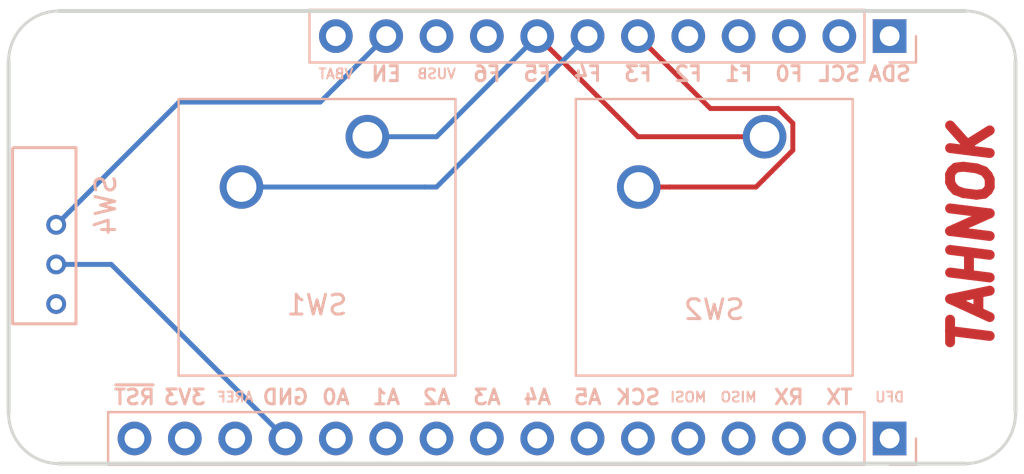
<source format=kicad_pcb>
(kicad_pcb (version 20171130) (host pcbnew "(6.0.0-rc1-dev-1248-ged6c68a1e)")

  (general
    (thickness 1.6)
    (drawings 37)
    (tracks 21)
    (zones 0)
    (modules 9)
    (nets 30)
  )

  (page A4)
  (layers
    (0 F.Cu signal)
    (31 B.Cu signal)
    (32 B.Adhes user)
    (33 F.Adhes user)
    (34 B.Paste user)
    (35 F.Paste user)
    (36 B.SilkS user)
    (37 F.SilkS user)
    (38 B.Mask user)
    (39 F.Mask user)
    (40 Dwgs.User user)
    (41 Cmts.User user)
    (42 Eco1.User user)
    (43 Eco2.User user)
    (44 Edge.Cuts user)
    (45 Margin user)
    (46 B.CrtYd user)
    (47 F.CrtYd user)
    (48 B.Fab user)
    (49 F.Fab user)
  )

  (setup
    (last_trace_width 0.25)
    (trace_clearance 0.2)
    (zone_clearance 0.508)
    (zone_45_only no)
    (trace_min 0.2)
    (via_size 0.8)
    (via_drill 0.4)
    (via_min_size 0.4)
    (via_min_drill 0.3)
    (uvia_size 0.3)
    (uvia_drill 0.1)
    (uvias_allowed no)
    (uvia_min_size 0.2)
    (uvia_min_drill 0.1)
    (edge_width 0.15)
    (segment_width 0.2)
    (pcb_text_width 0.3)
    (pcb_text_size 1.5 1.5)
    (mod_edge_width 0.15)
    (mod_text_size 1 1)
    (mod_text_width 0.15)
    (pad_size 4 4)
    (pad_drill 4)
    (pad_to_mask_clearance 0.051)
    (solder_mask_min_width 0.25)
    (aux_axis_origin 0 0)
    (visible_elements 7FFFFFFF)
    (pcbplotparams
      (layerselection 0x010fc_ffffffff)
      (usegerberextensions false)
      (usegerberattributes false)
      (usegerberadvancedattributes false)
      (creategerberjobfile false)
      (excludeedgelayer true)
      (linewidth 0.100000)
      (plotframeref false)
      (viasonmask false)
      (mode 1)
      (useauxorigin false)
      (hpglpennumber 1)
      (hpglpenspeed 20)
      (hpglpendiameter 15.000000)
      (psnegative false)
      (psa4output false)
      (plotreference true)
      (plotvalue true)
      (plotinvisibletext false)
      (padsonsilk false)
      (subtractmaskfromsilk false)
      (outputformat 1)
      (mirror false)
      (drillshape 1)
      (scaleselection 1)
      (outputdirectory ""))
  )

  (net 0 "")
  (net 1 /FREE)
  (net 2 /TX)
  (net 3 /RX)
  (net 4 /MISO)
  (net 5 /MOSI)
  (net 6 /SCK)
  (net 7 /A5)
  (net 8 /A4)
  (net 9 /A3)
  (net 10 /A2)
  (net 11 /A1)
  (net 12 /A0)
  (net 13 GND)
  (net 14 /AREF)
  (net 15 +3V3)
  (net 16 /~RST)
  (net 17 /SDA)
  (net 18 /SCL)
  (net 19 /F0)
  (net 20 /F1)
  (net 21 /F2)
  (net 22 /F3)
  (net 23 /F4)
  (net 24 /F5)
  (net 25 /F6)
  (net 26 /VUSB)
  (net 27 /EN)
  (net 28 /VBAT)
  (net 29 "Net-(SW4-Pad1)")

  (net_class Default "This is the default net class."
    (clearance 0.2)
    (trace_width 0.25)
    (via_dia 0.8)
    (via_drill 0.4)
    (uvia_dia 0.3)
    (uvia_drill 0.1)
    (add_net +3V3)
    (add_net /A0)
    (add_net /A1)
    (add_net /A2)
    (add_net /A3)
    (add_net /A4)
    (add_net /A5)
    (add_net /AREF)
    (add_net /EN)
    (add_net /F0)
    (add_net /F1)
    (add_net /F2)
    (add_net /F3)
    (add_net /F4)
    (add_net /F5)
    (add_net /F6)
    (add_net /FREE)
    (add_net /MISO)
    (add_net /MOSI)
    (add_net /RX)
    (add_net /SCK)
    (add_net /SCL)
    (add_net /SDA)
    (add_net /TX)
    (add_net /VBAT)
    (add_net /VUSB)
    (add_net /~RST)
    (add_net GND)
    (add_net "Net-(SW4-Pad1)")
  )

  (module Button_Switch_Keyboard:SW_Cherry_MX_1.00u_PCB (layer F.Cu) (tedit 5E1A6824) (tstamp 5E1AB81B)
    (at 63.54 31.75)
    (descr "Cherry MX keyswitch, 1.00u, PCB mount, http://cherryamericas.com/wp-content/uploads/2014/12/mx_cat.pdf")
    (tags "Cherry MX keyswitch 1.00u PCB")
    (path /5E1A5D53)
    (fp_text reference SW2 (at -2.54 8.729999) (layer B.SilkS)
      (effects (font (size 1 1) (thickness 0.15)) (justify mirror))
    )
    (fp_text value SW_Push (at -2.54 12.954) (layer F.Fab)
      (effects (font (size 1 1) (thickness 0.15)))
    )
    (fp_line (start -9.525 12.065) (end -9.525 -1.905) (layer B.SilkS) (width 0.12))
    (fp_line (start 4.445 12.065) (end -9.525 12.065) (layer B.SilkS) (width 0.12))
    (fp_line (start 4.445 -1.905) (end 4.445 12.065) (layer B.SilkS) (width 0.12))
    (fp_line (start -9.525 -1.905) (end 4.445 -1.905) (layer B.SilkS) (width 0.12))
    (fp_line (start -12.065 14.605) (end -12.065 -4.445) (layer Dwgs.User) (width 0.15))
    (fp_line (start 6.985 14.605) (end -12.065 14.605) (layer Dwgs.User) (width 0.15))
    (fp_line (start 6.985 -4.445) (end 6.985 14.605) (layer Dwgs.User) (width 0.15))
    (fp_line (start -12.065 -4.445) (end 6.985 -4.445) (layer Dwgs.User) (width 0.15))
    (fp_line (start -9.14 -1.52) (end 4.06 -1.52) (layer F.CrtYd) (width 0.05))
    (fp_line (start 4.06 -1.52) (end 4.06 11.68) (layer F.CrtYd) (width 0.05))
    (fp_line (start 4.06 11.68) (end -9.14 11.68) (layer F.CrtYd) (width 0.05))
    (fp_line (start -9.14 11.68) (end -9.14 -1.52) (layer F.CrtYd) (width 0.05))
    (fp_line (start -8.89 11.43) (end -8.89 -1.27) (layer F.Fab) (width 0.1))
    (fp_line (start 3.81 11.43) (end -8.89 11.43) (layer F.Fab) (width 0.1))
    (fp_line (start 3.81 -1.27) (end 3.81 11.43) (layer F.Fab) (width 0.1))
    (fp_line (start -8.89 -1.27) (end 3.81 -1.27) (layer F.Fab) (width 0.1))
    (fp_text user %R (at -2.54 -2.794) (layer F.Fab)
      (effects (font (size 1 1) (thickness 0.15)))
    )
    (pad "" np_thru_hole circle (at 2.54 5.08) (size 1.7 1.7) (drill 1.7) (layers *.Cu *.Mask))
    (pad "" np_thru_hole circle (at -7.62 5.08) (size 1.7 1.7) (drill 1.7) (layers *.Cu *.Mask))
    (pad "" np_thru_hole circle (at -2.54 5.08) (size 4 4) (drill 4) (layers *.Cu *.Mask))
    (pad 2 thru_hole circle (at -6.35 2.54) (size 2.2 2.2) (drill 1.5) (layers *.Cu *.Mask)
      (net 22 /F3))
    (pad 1 thru_hole circle (at 0 0) (size 2.2 2.2) (drill 1.5) (layers *.Cu *.Mask)
      (net 24 /F5))
    (model ${KISYS3DMOD}/Button_Switch_Keyboard.3dshapes/SW_Cherry_MX_1.00u_PCB.wrl
      (at (xyz 0 0 0))
      (scale (xyz 1 1 1))
      (rotate (xyz 0 0 0))
    )
    (model ${KIPRJMOD}/cherry_red_led.wrl
      (offset (xyz -2.5 -5 0))
      (scale (xyz 0.4 0.4 0.4))
      (rotate (xyz 0 0 0))
    )
  )

  (module Button_Switch_Keyboard:SW_Cherry_MX_1.00u_PCB (layer F.Cu) (tedit 5E1A67F6) (tstamp 5E1AB967)
    (at 43.5 31.75)
    (descr "Cherry MX keyswitch, 1.00u, PCB mount, http://cherryamericas.com/wp-content/uploads/2014/12/mx_cat.pdf")
    (tags "Cherry MX keyswitch 1.00u PCB")
    (path /5E1A5333)
    (fp_text reference SW1 (at -2.54 8.5) (layer B.SilkS)
      (effects (font (size 1 1) (thickness 0.15)) (justify mirror))
    )
    (fp_text value SW_Push (at -2.54 12.954) (layer F.Fab)
      (effects (font (size 1 1) (thickness 0.15)))
    )
    (fp_line (start -9.525 12.065) (end -9.525 -1.905) (layer B.SilkS) (width 0.12))
    (fp_line (start 4.445 12.065) (end -9.525 12.065) (layer B.SilkS) (width 0.12))
    (fp_line (start 4.445 -1.905) (end 4.445 12.065) (layer B.SilkS) (width 0.12))
    (fp_line (start -9.525 -1.905) (end 4.445 -1.905) (layer B.SilkS) (width 0.12))
    (fp_line (start -12.065 14.605) (end -12.065 -4.445) (layer Dwgs.User) (width 0.15))
    (fp_line (start 6.985 14.605) (end -12.065 14.605) (layer Dwgs.User) (width 0.15))
    (fp_line (start 6.985 -4.445) (end 6.985 14.605) (layer Dwgs.User) (width 0.15))
    (fp_line (start -12.065 -4.445) (end 6.985 -4.445) (layer Dwgs.User) (width 0.15))
    (fp_line (start -9.14 -1.52) (end 4.06 -1.52) (layer F.CrtYd) (width 0.05))
    (fp_line (start 4.06 -1.52) (end 4.06 11.68) (layer F.CrtYd) (width 0.05))
    (fp_line (start 4.06 11.68) (end -9.14 11.68) (layer F.CrtYd) (width 0.05))
    (fp_line (start -9.14 11.68) (end -9.14 -1.52) (layer F.CrtYd) (width 0.05))
    (fp_line (start -8.89 11.43) (end -8.89 -1.27) (layer F.Fab) (width 0.1))
    (fp_line (start 3.81 11.43) (end -8.89 11.43) (layer F.Fab) (width 0.1))
    (fp_line (start 3.81 -1.27) (end 3.81 11.43) (layer F.Fab) (width 0.1))
    (fp_line (start -8.89 -1.27) (end 3.81 -1.27) (layer F.Fab) (width 0.1))
    (fp_text user %R (at -2.54 -2.794) (layer F.Fab)
      (effects (font (size 1 1) (thickness 0.15)))
    )
    (pad "" np_thru_hole circle (at 2.54 5.08) (size 1.7 1.7) (drill 1.7) (layers *.Cu *.Mask))
    (pad "" np_thru_hole circle (at -7.62 5.08) (size 1.7 1.7) (drill 1.7) (layers *.Cu *.Mask))
    (pad "" np_thru_hole circle (at -2.54 5.08) (size 4 4) (drill 4) (layers *.Cu *.Mask))
    (pad 2 thru_hole circle (at -6.35 2.54) (size 2.2 2.2) (drill 1.5) (layers *.Cu *.Mask)
      (net 23 /F4))
    (pad 1 thru_hole circle (at 0 0) (size 2.2 2.2) (drill 1.5) (layers *.Cu *.Mask)
      (net 24 /F5))
    (model ${KISYS3DMOD}/Button_Switch_Keyboard.3dshapes/SW_Cherry_MX_1.00u_PCB.wrl
      (at (xyz 0 0 0))
      (scale (xyz 1 1 1))
      (rotate (xyz 0 0 0))
    )
    (model ${KIPRJMOD}/cherry_red_led.wrl
      (offset (xyz -2.5 -5 0))
      (scale (xyz 0.4 0.4 0.4))
      (rotate (xyz 0 0 0))
    )
  )

  (module footprints:Switch-SPST_CSS-1210MC (layer B.Cu) (tedit 5E1A5483) (tstamp 5E1AB220)
    (at 30.8 35.2 90)
    (path /5E1AF2FE)
    (fp_text reference SW4 (at 0 -0.5 90) (layer B.SilkS)
      (effects (font (size 1 1) (thickness 0.15)) (justify mirror))
    )
    (fp_text value SW_SPDT (at 0 0.5 90) (layer B.Fab)
      (effects (font (size 1 1) (thickness 0.15)) (justify mirror))
    )
    (fp_line (start -6 -2) (end 2.85 -2) (layer B.SilkS) (width 0.15))
    (fp_line (start 2.9 -2) (end 2.9 -5.15) (layer B.SilkS) (width 0.15))
    (fp_line (start -6 -5.2) (end 2.85 -5.2) (layer B.SilkS) (width 0.15))
    (fp_line (start -6 -2.05) (end -6 -5.2) (layer B.SilkS) (width 0.15))
    (pad 3 thru_hole circle (at -1 -3 90) (size 1 1) (drill 0.6) (layers *.Cu *.Mask)
      (net 27 /EN))
    (pad 2 thru_hole circle (at -3 -3 90) (size 1 1) (drill 0.6) (layers *.Cu *.Mask)
      (net 13 GND))
    (pad 1 thru_hole circle (at -5 -3 90) (size 1 1) (drill 0.6) (layers *.Cu *.Mask)
      (net 29 "Net-(SW4-Pad1)"))
  )

  (module MountingHole:MountingHole_2.7mm_M2.5 locked (layer F.Cu) (tedit 5D377204) (tstamp 5D4FBE97)
    (at 73.66 27.94)
    (descr "Mounting Hole 2.7mm, no annular, M2.5")
    (tags "mounting hole 2.7mm no annular m2.5")
    (attr virtual)
    (fp_text reference REF** (at 0 -3.7) (layer F.SilkS) hide
      (effects (font (size 1 1) (thickness 0.15)))
    )
    (fp_text value MountingHole_2.7mm_M2.5 (at 0 3.7) (layer F.Fab) hide
      (effects (font (size 1 1) (thickness 0.15)))
    )
    (fp_text user %R (at 0.3 0) (layer F.Fab) hide
      (effects (font (size 1 1) (thickness 0.15)))
    )
    (fp_circle (center 0 0) (end 2.7 0) (layer Cmts.User) (width 0.15))
    (fp_circle (center 0 0) (end 2.95 0) (layer F.CrtYd) (width 0.05))
    (pad 1 np_thru_hole circle (at 0 0) (size 2.7 2.7) (drill 2.7) (layers *.Cu *.Mask))
  )

  (module MountingHole:MountingHole_2.7mm_M2.5 locked (layer F.Cu) (tedit 5D377204) (tstamp 5D4FBE89)
    (at 73.66 45.72)
    (descr "Mounting Hole 2.7mm, no annular, M2.5")
    (tags "mounting hole 2.7mm no annular m2.5")
    (attr virtual)
    (fp_text reference REF** (at 0 -3.7) (layer F.SilkS) hide
      (effects (font (size 1 1) (thickness 0.15)))
    )
    (fp_text value MountingHole_2.7mm_M2.5 (at 0 3.7) (layer F.Fab) hide
      (effects (font (size 1 1) (thickness 0.15)))
    )
    (fp_circle (center 0 0) (end 2.95 0) (layer F.CrtYd) (width 0.05))
    (fp_circle (center 0 0) (end 2.7 0) (layer Cmts.User) (width 0.15))
    (fp_text user %R (at 0.3 0) (layer F.Fab) hide
      (effects (font (size 1 1) (thickness 0.15)))
    )
    (pad 1 np_thru_hole circle (at 0 0) (size 2.7 2.7) (drill 2.7) (layers *.Cu *.Mask))
  )

  (module MountingHole:MountingHole_2.7mm_M2.5 locked (layer F.Cu) (tedit 5D377204) (tstamp 5D4FBE7B)
    (at 27.94 45.72)
    (descr "Mounting Hole 2.7mm, no annular, M2.5")
    (tags "mounting hole 2.7mm no annular m2.5")
    (attr virtual)
    (fp_text reference REF** (at 0 -3.7) (layer F.SilkS) hide
      (effects (font (size 1 1) (thickness 0.15)))
    )
    (fp_text value MountingHole_2.7mm_M2.5 (at 0 3.7) (layer F.Fab) hide
      (effects (font (size 1 1) (thickness 0.15)))
    )
    (fp_text user %R (at 0.3 0) (layer F.Fab) hide
      (effects (font (size 1 1) (thickness 0.15)))
    )
    (fp_circle (center 0 0) (end 2.7 0) (layer Cmts.User) (width 0.15))
    (fp_circle (center 0 0) (end 2.95 0) (layer F.CrtYd) (width 0.05))
    (pad 1 np_thru_hole circle (at 0 0) (size 2.7 2.7) (drill 2.7) (layers *.Cu *.Mask))
  )

  (module MountingHole:MountingHole_2.7mm_M2.5 locked (layer F.Cu) (tedit 5D377204) (tstamp 5D4FBE61)
    (at 27.94 27.94)
    (descr "Mounting Hole 2.7mm, no annular, M2.5")
    (tags "mounting hole 2.7mm no annular m2.5")
    (attr virtual)
    (fp_text reference REF** (at 0 -3.7) (layer F.SilkS) hide
      (effects (font (size 1 1) (thickness 0.15)))
    )
    (fp_text value MountingHole_2.7mm_M2.5 (at 0 3.7) (layer F.Fab) hide
      (effects (font (size 1 1) (thickness 0.15)))
    )
    (fp_circle (center 0 0) (end 2.95 0) (layer F.CrtYd) (width 0.05))
    (fp_circle (center 0 0) (end 2.7 0) (layer Cmts.User) (width 0.15))
    (fp_text user %R (at 0.3 0) (layer F.Fab) hide
      (effects (font (size 1 1) (thickness 0.15)))
    )
    (pad 1 np_thru_hole circle (at 0 0) (size 2.7 2.7) (drill 2.7) (layers *.Cu *.Mask))
  )

  (module Connector_PinHeader_2.54mm:PinHeader_1x16_P2.54mm_Vertical (layer B.Cu) (tedit 5D3772F9) (tstamp 5D4FBF56)
    (at 69.85 46.99 90)
    (descr "Through hole straight pin header, 1x16, 2.54mm pitch, single row")
    (tags "Through hole pin header THT 1x16 2.54mm single row")
    (path /5D375C76)
    (fp_text reference J1 (at 0 2.33 90) (layer B.SilkS) hide
      (effects (font (size 1 1) (thickness 0.15)) (justify mirror))
    )
    (fp_text value "feather long" (at 0 -40.43 90) (layer B.Fab) hide
      (effects (font (size 1 1) (thickness 0.15)) (justify mirror))
    )
    (fp_line (start -0.635 1.27) (end 1.27 1.27) (layer B.Fab) (width 0.1))
    (fp_line (start 1.27 1.27) (end 1.27 -39.37) (layer B.Fab) (width 0.1))
    (fp_line (start 1.27 -39.37) (end -1.27 -39.37) (layer B.Fab) (width 0.1))
    (fp_line (start -1.27 -39.37) (end -1.27 0.635) (layer B.Fab) (width 0.1))
    (fp_line (start -1.27 0.635) (end -0.635 1.27) (layer B.Fab) (width 0.1))
    (fp_line (start -1.33 -39.43) (end 1.33 -39.43) (layer B.SilkS) (width 0.12))
    (fp_line (start -1.33 -1.27) (end -1.33 -39.43) (layer B.SilkS) (width 0.12))
    (fp_line (start 1.33 -1.27) (end 1.33 -39.43) (layer B.SilkS) (width 0.12))
    (fp_line (start -1.33 -1.27) (end 1.33 -1.27) (layer B.SilkS) (width 0.12))
    (fp_line (start -1.33 0) (end -1.33 1.33) (layer B.SilkS) (width 0.12))
    (fp_line (start -1.33 1.33) (end 0 1.33) (layer B.SilkS) (width 0.12))
    (fp_line (start -1.8 1.8) (end -1.8 -39.9) (layer B.CrtYd) (width 0.05))
    (fp_line (start -1.8 -39.9) (end 1.8 -39.9) (layer B.CrtYd) (width 0.05))
    (fp_line (start 1.8 -39.9) (end 1.8 1.8) (layer B.CrtYd) (width 0.05))
    (fp_line (start 1.8 1.8) (end -1.8 1.8) (layer B.CrtYd) (width 0.05))
    (fp_text user %R (at 0 -19.05) (layer B.Fab)
      (effects (font (size 1 1) (thickness 0.15)) (justify mirror))
    )
    (pad 1 thru_hole rect (at 0 0 90) (size 1.7 1.7) (drill 1) (layers *.Cu *.Mask)
      (net 1 /FREE))
    (pad 2 thru_hole oval (at 0 -2.54 90) (size 1.7 1.7) (drill 1) (layers *.Cu *.Mask)
      (net 2 /TX))
    (pad 3 thru_hole oval (at 0 -5.08 90) (size 1.7 1.7) (drill 1) (layers *.Cu *.Mask)
      (net 3 /RX))
    (pad 4 thru_hole oval (at 0 -7.62 90) (size 1.7 1.7) (drill 1) (layers *.Cu *.Mask)
      (net 4 /MISO))
    (pad 5 thru_hole oval (at 0 -10.16 90) (size 1.7 1.7) (drill 1) (layers *.Cu *.Mask)
      (net 5 /MOSI))
    (pad 6 thru_hole oval (at 0 -12.7 90) (size 1.7 1.7) (drill 1) (layers *.Cu *.Mask)
      (net 6 /SCK))
    (pad 7 thru_hole oval (at 0 -15.24 90) (size 1.7 1.7) (drill 1) (layers *.Cu *.Mask)
      (net 7 /A5))
    (pad 8 thru_hole oval (at 0 -17.78 90) (size 1.7 1.7) (drill 1) (layers *.Cu *.Mask)
      (net 8 /A4))
    (pad 9 thru_hole oval (at 0 -20.32 90) (size 1.7 1.7) (drill 1) (layers *.Cu *.Mask)
      (net 9 /A3))
    (pad 10 thru_hole oval (at 0 -22.86 90) (size 1.7 1.7) (drill 1) (layers *.Cu *.Mask)
      (net 10 /A2))
    (pad 11 thru_hole oval (at 0 -25.4 90) (size 1.7 1.7) (drill 1) (layers *.Cu *.Mask)
      (net 11 /A1))
    (pad 12 thru_hole oval (at 0 -27.94 90) (size 1.7 1.7) (drill 1) (layers *.Cu *.Mask)
      (net 12 /A0))
    (pad 13 thru_hole oval (at 0 -30.48 90) (size 1.7 1.7) (drill 1) (layers *.Cu *.Mask)
      (net 13 GND))
    (pad 14 thru_hole oval (at 0 -33.02 90) (size 1.7 1.7) (drill 1) (layers *.Cu *.Mask)
      (net 14 /AREF))
    (pad 15 thru_hole oval (at 0 -35.56 90) (size 1.7 1.7) (drill 1) (layers *.Cu *.Mask)
      (net 15 +3V3))
    (pad 16 thru_hole oval (at 0 -38.1 90) (size 1.7 1.7) (drill 1) (layers *.Cu *.Mask)
      (net 16 /~RST))
    (model ${KISYS3DMOD}/Connector_PinHeader_2.54mm.3dshapes/PinHeader_1x16_P2.54mm_Vertical.wrl
      (at (xyz 0 0 0))
      (scale (xyz 1 1 1))
      (rotate (xyz 0 0 0))
    )
  )

  (module Connector_PinHeader_2.54mm:PinHeader_1x12_P2.54mm_Vertical (layer B.Cu) (tedit 5D3772F5) (tstamp 5D4FBF76)
    (at 69.85 26.67 90)
    (descr "Through hole straight pin header, 1x12, 2.54mm pitch, single row")
    (tags "Through hole pin header THT 1x12 2.54mm single row")
    (path /5D375CC4)
    (fp_text reference J2 (at 0 2.33 90) (layer B.SilkS) hide
      (effects (font (size 1 1) (thickness 0.15)) (justify mirror))
    )
    (fp_text value "feather short" (at 0 -30.27 90) (layer B.Fab) hide
      (effects (font (size 1 1) (thickness 0.15)) (justify mirror))
    )
    (fp_line (start -0.635 1.27) (end 1.27 1.27) (layer B.Fab) (width 0.1))
    (fp_line (start 1.27 1.27) (end 1.27 -29.21) (layer B.Fab) (width 0.1))
    (fp_line (start 1.27 -29.21) (end -1.27 -29.21) (layer B.Fab) (width 0.1))
    (fp_line (start -1.27 -29.21) (end -1.27 0.635) (layer B.Fab) (width 0.1))
    (fp_line (start -1.27 0.635) (end -0.635 1.27) (layer B.Fab) (width 0.1))
    (fp_line (start -1.33 -29.27) (end 1.33 -29.27) (layer B.SilkS) (width 0.12))
    (fp_line (start -1.33 -1.27) (end -1.33 -29.27) (layer B.SilkS) (width 0.12))
    (fp_line (start 1.33 -1.27) (end 1.33 -29.27) (layer B.SilkS) (width 0.12))
    (fp_line (start -1.33 -1.27) (end 1.33 -1.27) (layer B.SilkS) (width 0.12))
    (fp_line (start -1.33 0) (end -1.33 1.33) (layer B.SilkS) (width 0.12))
    (fp_line (start -1.33 1.33) (end 0 1.33) (layer B.SilkS) (width 0.12))
    (fp_line (start -1.8 1.8) (end -1.8 -29.75) (layer B.CrtYd) (width 0.05))
    (fp_line (start -1.8 -29.75) (end 1.8 -29.75) (layer B.CrtYd) (width 0.05))
    (fp_line (start 1.8 -29.75) (end 1.8 1.8) (layer B.CrtYd) (width 0.05))
    (fp_line (start 1.8 1.8) (end -1.8 1.8) (layer B.CrtYd) (width 0.05))
    (fp_text user %R (at 0 -13.97) (layer B.Fab)
      (effects (font (size 1 1) (thickness 0.15)) (justify mirror))
    )
    (pad 1 thru_hole rect (at 0 0 90) (size 1.7 1.7) (drill 1) (layers *.Cu *.Mask)
      (net 17 /SDA))
    (pad 2 thru_hole oval (at 0 -2.54 90) (size 1.7 1.7) (drill 1) (layers *.Cu *.Mask)
      (net 18 /SCL))
    (pad 3 thru_hole oval (at 0 -5.08 90) (size 1.7 1.7) (drill 1) (layers *.Cu *.Mask)
      (net 19 /F0))
    (pad 4 thru_hole oval (at 0 -7.62 90) (size 1.7 1.7) (drill 1) (layers *.Cu *.Mask)
      (net 20 /F1))
    (pad 5 thru_hole oval (at 0 -10.16 90) (size 1.7 1.7) (drill 1) (layers *.Cu *.Mask)
      (net 21 /F2))
    (pad 6 thru_hole oval (at 0 -12.7 90) (size 1.7 1.7) (drill 1) (layers *.Cu *.Mask)
      (net 22 /F3))
    (pad 7 thru_hole oval (at 0 -15.24 90) (size 1.7 1.7) (drill 1) (layers *.Cu *.Mask)
      (net 23 /F4))
    (pad 8 thru_hole oval (at 0 -17.78 90) (size 1.7 1.7) (drill 1) (layers *.Cu *.Mask)
      (net 24 /F5))
    (pad 9 thru_hole oval (at 0 -20.32 90) (size 1.7 1.7) (drill 1) (layers *.Cu *.Mask)
      (net 25 /F6))
    (pad 10 thru_hole oval (at 0 -22.86 90) (size 1.7 1.7) (drill 1) (layers *.Cu *.Mask)
      (net 26 /VUSB))
    (pad 11 thru_hole oval (at 0 -25.4 90) (size 1.7 1.7) (drill 1) (layers *.Cu *.Mask)
      (net 27 /EN))
    (pad 12 thru_hole oval (at 0 -27.94 90) (size 1.7 1.7) (drill 1) (layers *.Cu *.Mask)
      (net 28 /VBAT))
    (model ${KISYS3DMOD}/Connector_PinHeader_2.54mm.3dshapes/PinHeader_1x12_P2.54mm_Vertical.wrl
      (at (xyz 0 0 0))
      (scale (xyz 1 1 1))
      (rotate (xyz 0 0 0))
    )
  )

  (gr_text TAHNOK (at 74 36.8 90) (layer F.Cu)
    (effects (font (size 2 2) (thickness 0.5) italic))
  )
  (gr_text DFU (at 69.85 44.901636) (layer B.SilkS) (tstamp 5D4FC245)
    (effects (font (size 0.5 0.5) (thickness 0.1)) (justify mirror))
  )
  (gr_text VUSB (at 46.99 28.575) (layer B.SilkS) (tstamp 5D4FC291)
    (effects (font (size 0.5 0.5) (thickness 0.1)) (justify mirror))
  )
  (gr_text VBAT (at 41.91 28.575) (layer B.SilkS) (tstamp 5D4FC28C)
    (effects (font (size 0.5 0.5) (thickness 0.1)) (justify mirror))
  )
  (gr_text EN (at 44.45 28.575) (layer B.SilkS) (tstamp 5D4FC287)
    (effects (font (size 0.75 0.75) (thickness 0.15)) (justify mirror))
  )
  (gr_text F6 (at 49.53 28.575) (layer B.SilkS) (tstamp 5D4FC282)
    (effects (font (size 0.75 0.75) (thickness 0.15)) (justify mirror))
  )
  (gr_text F5 (at 52.07 28.575) (layer B.SilkS) (tstamp 5D4FC27D)
    (effects (font (size 0.75 0.75) (thickness 0.15)) (justify mirror))
  )
  (gr_text F4 (at 54.61 28.575) (layer B.SilkS) (tstamp 5D4FC277)
    (effects (font (size 0.75 0.75) (thickness 0.15)) (justify mirror))
  )
  (gr_text F3 (at 57.15 28.575) (layer B.SilkS) (tstamp 5D4FC272)
    (effects (font (size 0.75 0.75) (thickness 0.15)) (justify mirror))
  )
  (gr_text F2 (at 59.69 28.575) (layer B.SilkS) (tstamp 5D4FC26D)
    (effects (font (size 0.75 0.75) (thickness 0.15)) (justify mirror))
  )
  (gr_text F1 (at 62.23 28.575) (layer B.SilkS) (tstamp 5D4FC268)
    (effects (font (size 0.75 0.75) (thickness 0.15)) (justify mirror))
  )
  (gr_text F0 (at 64.77 28.575) (layer B.SilkS) (tstamp 5D4FC263)
    (effects (font (size 0.75 0.75) (thickness 0.15)) (justify mirror))
  )
  (gr_text SCL (at 67.31 28.575) (layer B.SilkS) (tstamp 5D4FC25E)
    (effects (font (size 0.75 0.75) (thickness 0.15)) (justify mirror))
  )
  (gr_text SDA (at 69.85 28.575) (layer B.SilkS) (tstamp 5D4FC259)
    (effects (font (size 0.75 0.75) (thickness 0.15)) (justify mirror))
  )
  (gr_text TX (at 67.31 44.901636) (layer B.SilkS) (tstamp 5D4FC240)
    (effects (font (size 0.75 0.75) (thickness 0.15)) (justify mirror))
  )
  (gr_text RX (at 64.77 44.901636) (layer B.SilkS) (tstamp 5D4FC23B)
    (effects (font (size 0.75 0.75) (thickness 0.15)) (justify mirror))
  )
  (gr_text MISO (at 62.23 44.901636) (layer B.SilkS) (tstamp 5D4FC236)
    (effects (font (size 0.5 0.5) (thickness 0.1)) (justify mirror))
  )
  (gr_text MOSI (at 59.69 44.901636) (layer B.SilkS) (tstamp 5D4FC231)
    (effects (font (size 0.5 0.5) (thickness 0.1)) (justify mirror))
  )
  (gr_text SCK (at 57.15 44.901636) (layer B.SilkS) (tstamp 5D4FC22C)
    (effects (font (size 0.75 0.75) (thickness 0.15)) (justify mirror))
  )
  (gr_text A5 (at 54.61 44.901636) (layer B.SilkS) (tstamp 5D4FC21D)
    (effects (font (size 0.75 0.75) (thickness 0.15)) (justify mirror))
  )
  (gr_text A4 (at 52.07 44.901636) (layer B.SilkS) (tstamp 5D4FC21B)
    (effects (font (size 0.75 0.75) (thickness 0.15)) (justify mirror))
  )
  (gr_text A3 (at 49.53 44.901636) (layer B.SilkS) (tstamp 5D4FC219)
    (effects (font (size 0.75 0.75) (thickness 0.15)) (justify mirror))
  )
  (gr_text A2 (at 46.99 44.901636) (layer B.SilkS) (tstamp 5D4FC217)
    (effects (font (size 0.75 0.75) (thickness 0.15)) (justify mirror))
  )
  (gr_text A1 (at 44.45 44.901636) (layer B.SilkS) (tstamp 5D4FC212)
    (effects (font (size 0.75 0.75) (thickness 0.15)) (justify mirror))
  )
  (gr_text A0 (at 41.91 44.901636) (layer B.SilkS) (tstamp 5D4FC20D)
    (effects (font (size 0.75 0.75) (thickness 0.15)) (justify mirror))
  )
  (gr_text GND (at 39.37 44.901636) (layer B.SilkS) (tstamp 5D4FC208)
    (effects (font (size 0.75 0.75) (thickness 0.15)) (justify mirror))
  )
  (gr_text AREF (at 36.83 44.901636) (layer B.SilkS) (tstamp 5D4FC203)
    (effects (font (size 0.5 0.5) (thickness 0.1)) (justify mirror))
  )
  (gr_text 3V3 (at 34.29 44.901636) (layer B.SilkS) (tstamp 5D4FC1FE)
    (effects (font (size 0.75 0.75) (thickness 0.15)) (justify mirror))
  )
  (gr_text ~RST (at 31.75 44.901636) (layer B.SilkS)
    (effects (font (size 0.75 0.75) (thickness 0.15)) (justify mirror))
  )
  (gr_arc (start 73.66 27.94) (end 76.2 27.94) (angle -90) (layer Edge.Cuts) (width 0.15))
  (gr_arc (start 73.66 45.72) (end 73.66 48.26) (angle -90) (layer Edge.Cuts) (width 0.15))
  (gr_arc (start 27.94 45.72) (end 25.4 45.72) (angle -90) (layer Edge.Cuts) (width 0.15))
  (gr_arc (start 27.94 27.94) (end 27.94 25.4) (angle -90) (layer Edge.Cuts) (width 0.15))
  (gr_line (start 25.4 45.72) (end 25.4 27.94) (layer Edge.Cuts) (width 0.2))
  (gr_line (start 73.66 48.26) (end 27.94 48.26) (layer Edge.Cuts) (width 0.2))
  (gr_line (start 76.2 27.94) (end 76.2 45.72) (layer Edge.Cuts) (width 0.2))
  (gr_line (start 27.94 25.4) (end 73.66 25.4) (layer Edge.Cuts) (width 0.2))

  (segment (start 39.37 46.87) (end 39.37 46.99) (width 0.25) (layer F.Cu) (net 13))
  (segment (start 30.58 38.2) (end 39.37 46.99) (width 0.25) (layer B.Cu) (net 13))
  (segment (start 27.8 38.2) (end 30.58 38.2) (width 0.25) (layer B.Cu) (net 13))
  (segment (start 57.15 34.520001) (end 57.19 34.560001) (width 0.25) (layer B.Cu) (net 22))
  (segment (start 58.745634 34.29) (end 57.19 34.29) (width 0.25) (layer F.Cu) (net 22))
  (segment (start 63.109002 34.29) (end 58.745634 34.29) (width 0.25) (layer F.Cu) (net 22))
  (segment (start 64.965001 32.434001) (end 63.109002 34.29) (width 0.25) (layer F.Cu) (net 22))
  (segment (start 64.965001 31.065999) (end 64.965001 32.434001) (width 0.25) (layer F.Cu) (net 22))
  (segment (start 64.224001 30.324999) (end 64.965001 31.065999) (width 0.25) (layer F.Cu) (net 22))
  (segment (start 60.804999 30.324999) (end 64.224001 30.324999) (width 0.25) (layer F.Cu) (net 22))
  (segment (start 57.15 26.67) (end 60.804999 30.324999) (width 0.25) (layer F.Cu) (net 22))
  (segment (start 46.99 34.29) (end 46.4 34.29) (width 0.25) (layer B.Cu) (net 23))
  (segment (start 54.61 26.67) (end 46.99 34.29) (width 0.25) (layer B.Cu) (net 23))
  (segment (start 46.4 34.29) (end 37.15 34.29) (width 0.25) (layer B.Cu) (net 23))
  (segment (start 57.15 31.75) (end 63.54 31.75) (width 0.25) (layer F.Cu) (net 24))
  (segment (start 52.07 26.67) (end 57.15 31.75) (width 0.25) (layer F.Cu) (net 24))
  (segment (start 46.99 31.75) (end 43.5 31.75) (width 0.25) (layer B.Cu) (net 24))
  (segment (start 52.07 26.67) (end 46.99 31.75) (width 0.25) (layer B.Cu) (net 24))
  (segment (start 34 30) (end 27.8 36.2) (width 0.25) (layer B.Cu) (net 27))
  (segment (start 44.45 26.67) (end 41.12 30) (width 0.25) (layer B.Cu) (net 27))
  (segment (start 41.12 30) (end 34 30) (width 0.25) (layer B.Cu) (net 27))

)

</source>
